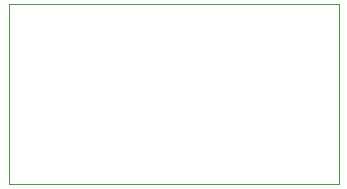
<source format=gbr>
G04 #@! TF.GenerationSoftware,KiCad,Pcbnew,5.1.4-3.fc30*
G04 #@! TF.CreationDate,2019-09-27T12:28:18+02:00*
G04 #@! TF.ProjectId,crystal_connector,63727973-7461-46c5-9f63-6f6e6e656374,1.0*
G04 #@! TF.SameCoordinates,Original*
G04 #@! TF.FileFunction,Profile,NP*
%FSLAX46Y46*%
G04 Gerber Fmt 4.6, Leading zero omitted, Abs format (unit mm)*
G04 Created by KiCad (PCBNEW 5.1.4-3.fc30) date 2019-09-27 12:28:18*
%MOMM*%
%LPD*%
G04 APERTURE LIST*
%ADD10C,0.050000*%
G04 APERTURE END LIST*
D10*
X132080000Y-91440000D02*
X132080000Y-76200000D01*
X160020000Y-91440000D02*
X132080000Y-91440000D01*
X160020000Y-76200000D02*
X160020000Y-91440000D01*
X132080000Y-76200000D02*
X160020000Y-76200000D01*
M02*

</source>
